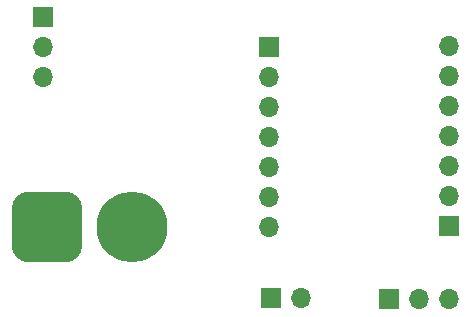
<source format=gbr>
%TF.GenerationSoftware,KiCad,Pcbnew,6.0.4-6f826c9f35~116~ubuntu20.04.1*%
%TF.CreationDate,2022-04-06T08:17:54+02:00*%
%TF.ProjectId,TestProject,54657374-5072-46f6-9a65-63742e6b6963,rev?*%
%TF.SameCoordinates,Original*%
%TF.FileFunction,Soldermask,Bot*%
%TF.FilePolarity,Negative*%
%FSLAX46Y46*%
G04 Gerber Fmt 4.6, Leading zero omitted, Abs format (unit mm)*
G04 Created by KiCad (PCBNEW 6.0.4-6f826c9f35~116~ubuntu20.04.1) date 2022-04-06 08:17:54*
%MOMM*%
%LPD*%
G01*
G04 APERTURE LIST*
G04 Aperture macros list*
%AMRoundRect*
0 Rectangle with rounded corners*
0 $1 Rounding radius*
0 $2 $3 $4 $5 $6 $7 $8 $9 X,Y pos of 4 corners*
0 Add a 4 corners polygon primitive as box body*
4,1,4,$2,$3,$4,$5,$6,$7,$8,$9,$2,$3,0*
0 Add four circle primitives for the rounded corners*
1,1,$1+$1,$2,$3*
1,1,$1+$1,$4,$5*
1,1,$1+$1,$6,$7*
1,1,$1+$1,$8,$9*
0 Add four rect primitives between the rounded corners*
20,1,$1+$1,$2,$3,$4,$5,0*
20,1,$1+$1,$4,$5,$6,$7,0*
20,1,$1+$1,$6,$7,$8,$9,0*
20,1,$1+$1,$8,$9,$2,$3,0*%
G04 Aperture macros list end*
%ADD10R,1.700000X1.700000*%
%ADD11O,1.700000X1.700000*%
%ADD12RoundRect,1.500000X-1.500000X-1.500000X1.500000X-1.500000X1.500000X1.500000X-1.500000X1.500000X0*%
%ADD13C,6.000000*%
G04 APERTURE END LIST*
D10*
%TO.C,J4_LED1*%
X48260000Y-39165700D03*
D11*
X50800000Y-39165700D03*
X53340000Y-39165700D03*
%TD*%
D10*
%TO.C,J3_MCU_Left1*%
X38075000Y-17760000D03*
D11*
X38075000Y-20300000D03*
X38075000Y-22840000D03*
X38075000Y-25380000D03*
X38075000Y-27920000D03*
X38075000Y-30460000D03*
X38075000Y-33000000D03*
%TD*%
D12*
%TO.C,J1_XT60*%
X19260000Y-33020000D03*
D13*
X26460000Y-33020000D03*
%TD*%
D10*
%TO.C,J3_MCU_Right1*%
X53315000Y-32980000D03*
D11*
X53315000Y-30440000D03*
X53315000Y-27900000D03*
X53315000Y-25360000D03*
X53315000Y-22820000D03*
X53315000Y-20280000D03*
X53315000Y-17740000D03*
%TD*%
%TO.C,J5_Button1*%
X40816800Y-39082000D03*
D10*
X38276800Y-39082000D03*
%TD*%
D11*
%TO.C,J2_Buck1*%
X18990000Y-20350000D03*
X18990000Y-17810000D03*
D10*
X18990000Y-15270000D03*
%TD*%
M02*

</source>
